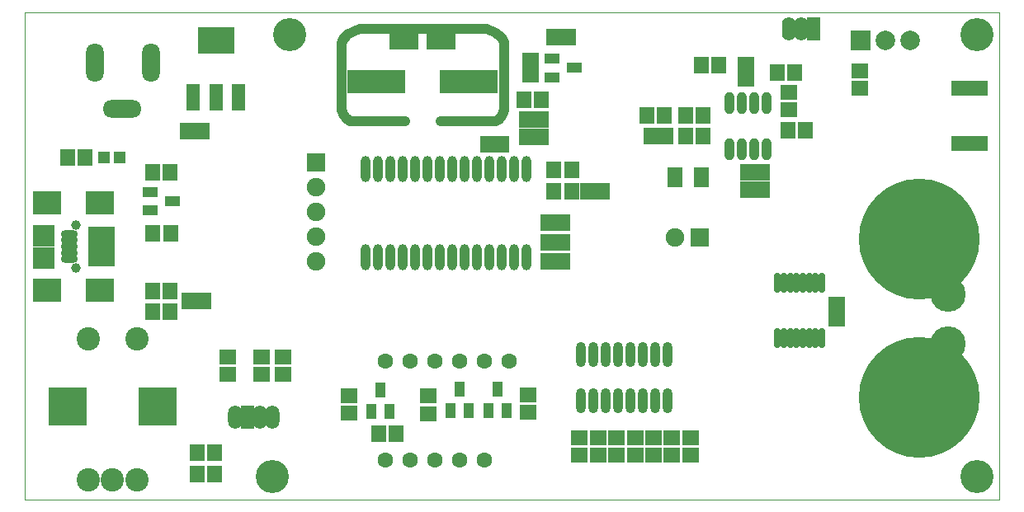
<source format=gts>
%FSTAX24Y24*%
%MOIN*%
%SFA1B1*%

%IPPOS*%
%ADD16R,0.074800X0.074800*%
%ADD35C,0.039400*%
%ADD38C,0.003900*%
%ADD65R,0.063000X0.070900*%
%ADD66R,0.059100X0.070900*%
%ADD67R,0.070900X0.059100*%
%ADD68R,0.059100X0.082700*%
%ADD69R,0.114200X0.094500*%
%ADD70R,0.106300X0.035400*%
%ADD71R,0.090600X0.090600*%
%ADD72O,0.068900X0.031500*%
%ADD73O,0.039400X0.106300*%
%ADD74R,0.145700X0.110200*%
%ADD75R,0.055100X0.110200*%
%ADD76R,0.061000X0.039400*%
%ADD77R,0.047200X0.047200*%
%ADD78R,0.070900X0.063000*%
%ADD79R,0.039400X0.061000*%
%ADD80O,0.039400X0.102400*%
%ADD81R,0.232300X0.094500*%
%ADD82O,0.039400X0.090600*%
%ADD83R,0.145700X0.059100*%
%ADD84O,0.029500X0.082700*%
%ADD85O,0.070900X0.157500*%
%ADD86O,0.157500X0.070900*%
%ADD87C,0.039400*%
%ADD88C,0.074800*%
%ADD89C,0.078700*%
%ADD90R,0.078700X0.078700*%
%ADD91O,0.055100X0.094500*%
%ADD92R,0.055100X0.094500*%
%ADD93C,0.063000*%
%ADD94C,0.094500*%
%ADD95R,0.157500X0.157500*%
%ADD96O,0.057100X0.094500*%
%ADD97R,0.057100X0.094500*%
%ADD98C,0.141700*%
%ADD99C,0.133900*%
%ADD100C,0.488200*%
%ADD101R,0.074800X0.074800*%
%LNdummyv1-1*%
%LPD*%
G54D16*
X011772Y013622D03*
G54D35*
X019232Y018682D02*
D01*
X01917Y018739*
X019104Y018792*
X019035Y01884*
X018963Y018884*
X018888Y018922*
X01881Y018955*
X018731Y018982*
X018649Y019004*
X018566Y01902*
X018483Y019031*
X018399Y019035*
X018378Y019035*
X01937Y018347D02*
D01*
X019368Y018379*
X019365Y018412*
X019359Y018445*
X019351Y018477*
X019341Y018508*
X019329Y018539*
X019314Y018569*
X019298Y018597*
X019279Y018625*
X019259Y018651*
X019237Y018675*
X019232Y018682*
X019173Y015394D02*
D01*
X019204Y015428*
X019234Y015464*
X019261Y015503*
X019285Y015543*
X019306Y015585*
X019325Y015628*
X01934Y015672*
X019352Y015717*
X019361Y015763*
X019367Y01581*
X019369Y015857*
X01937Y015869*
X018888Y015276D02*
D01*
X018916Y015276*
X018944Y015279*
X018971Y015284*
X018999Y015291*
X019025Y0153*
X019051Y01531*
X019077Y015323*
X019101Y015337*
X019124Y015352*
X019147Y01537*
X019167Y015389*
X019173Y015394*
X012992D02*
D01*
X013012Y015374*
X013034Y015357*
X013057Y01534*
X013081Y015326*
X013106Y015313*
X013132Y015302*
X013159Y015293*
X013186Y015286*
X013213Y01528*
X013241Y015277*
X013269Y015276*
X013277Y015276*
X012795Y015869D02*
D01*
X012796Y015822*
X012801Y015775*
X012809Y015729*
X012821Y015683*
X012835Y015639*
X012853Y015595*
X012873Y015553*
X012897Y015512*
X012923Y015474*
X012952Y015437*
X012983Y015402*
X012992Y015394*
X012934Y018682D02*
D01*
X012911Y018657*
X01289Y018632*
X012871Y018605*
X012854Y018576*
X012839Y018547*
X012826Y018516*
X012815Y018485*
X012807Y018453*
X012801Y018421*
X012797Y018388*
X012795Y018355*
X012795Y018347*
X013787Y019035D02*
D01*
X013702Y019032*
X013619Y019023*
X013536Y019008*
X013454Y018988*
X013374Y018962*
X013296Y01893*
X01322Y018893*
X013147Y018851*
X013077Y018804*
X013011Y018752*
X012948Y018696*
X012934Y018682*
X015559Y019035D02*
X017382D01*
X016555D02*
X018378D01*
X01937Y015869D02*
Y018347D01*
X016811Y015276D02*
X018888D01*
X013277D02*
X015354D01*
X012795Y015869D02*
Y018347D01*
X013787Y019035D02*
X01561D01*
G54D38*
X0Y0D02*
Y019685D01*
X03937*
Y0D02*
Y019685D01*
X0Y0D02*
X03937D01*
G54D65*
X005886Y010768D03*
X005177D03*
X027333Y017539D03*
X028041D03*
X031535Y014931D03*
X030827D03*
X022087Y012441D03*
X021378D03*
X005866Y013228D03*
X005157D03*
X002441Y013819D03*
X001732D03*
X005157Y008425D03*
X005866D03*
Y007598D03*
X005157D03*
X007677Y001024D03*
X006969D03*
Y00189D03*
X007677D03*
X015Y002638D03*
X014291D03*
X021378Y013307D03*
X022087D03*
X020167Y016142D03*
X020876D03*
X030394Y017244D03*
X031102D03*
X026693Y015512D03*
X027402D03*
Y014685D03*
X026693D03*
X025827Y015512D03*
X025118D03*
G54D66*
X018681Y014341D03*
X019272D03*
X006634Y008031D03*
X007224D03*
X021122Y009606D03*
X021713D03*
X021122Y010394D03*
X021713D03*
X021122Y011181D03*
X021713D03*
X022736Y012441D03*
X023327D03*
X020266Y014665D03*
X020856D03*
X020266Y015354D03*
X020856D03*
X021969Y018701D03*
X021378D03*
X017106Y018504D03*
X016516D03*
X01502D03*
X01561D03*
X029193Y01252D03*
X029783D03*
Y013228D03*
X029193D03*
X025886Y014685D03*
X025295D03*
X007146Y014892D03*
X006555D03*
G54D67*
X029124Y017589D03*
Y016998D03*
X020443Y017165D03*
Y017756D03*
X032795Y007894D03*
Y007303D03*
G54D68*
X027323Y013022D03*
X02626D03*
G54D69*
X003044Y00847D03*
Y011974D03*
X000879D03*
Y00847D03*
G54D70*
X003083Y009592D03*
Y009907D03*
Y010222D03*
Y010537D03*
Y010852D03*
G54D71*
X000748Y009764D03*
Y010669D03*
G54D72*
X001801Y009705D03*
Y009961D03*
Y010217D03*
Y010472D03*
Y010728D03*
G54D73*
X013758Y009783D03*
X014258D03*
X014758D03*
X015258D03*
X015758D03*
X016258D03*
X016758D03*
X017258D03*
X017758D03*
X018258D03*
X018758D03*
X019258D03*
X019758D03*
X020258D03*
X013758Y013366D03*
X014258D03*
X014758D03*
X015258D03*
X015758D03*
X016258D03*
X016758D03*
X017258D03*
X017758D03*
X018258D03*
X018758D03*
X019258D03*
X019758D03*
X020258D03*
G54D74*
X007717Y018543D03*
G54D75*
X008622Y01626D03*
X007717D03*
X006811D03*
G54D76*
X005955Y012047D03*
X005069Y011673D03*
Y012421D03*
X021309Y017815D03*
Y017067D03*
X022195Y017441D03*
G54D77*
X003819Y013819D03*
X003189D03*
G54D78*
X008189Y005039D03*
Y005748D03*
X009567Y005039D03*
Y005748D03*
X010433Y005039D03*
Y005748D03*
X013091Y004193D03*
Y003484D03*
X016299Y003465D03*
Y004173D03*
X020315Y003504D03*
Y004213D03*
X02315Y00248D03*
Y001772D03*
X024646Y00248D03*
Y001772D03*
X02689Y00248D03*
Y001772D03*
X026142Y00248D03*
Y001772D03*
X022402Y00248D03*
Y001772D03*
X023898Y00248D03*
Y001772D03*
X025394Y00248D03*
Y001772D03*
X030866Y015748D03*
Y016457D03*
X03374Y016614D03*
Y017323D03*
G54D79*
X013996Y003543D03*
X014744D03*
X01437Y004429D03*
X017185Y003573D03*
X017933D03*
X017559Y004459D03*
X01872Y003573D03*
X019468D03*
X019094Y004459D03*
G54D80*
X025976Y005862D03*
X025476D03*
X024976D03*
X024476D03*
X023976D03*
X023476D03*
X022976D03*
X022476D03*
X025976Y003972D03*
X025476D03*
X024976D03*
X024476D03*
X023976D03*
X023476D03*
X022976D03*
X022476D03*
G54D81*
X017933Y01689D03*
X014193D03*
G54D82*
X029963Y016004D03*
X029463D03*
X028963D03*
X028463D03*
X029963Y014154D03*
X029463D03*
X028963D03*
X028463D03*
G54D83*
X03815Y01439D03*
Y016634D03*
G54D84*
X030404Y006516D03*
X030659D03*
X030915D03*
X031171D03*
X031427D03*
X031683D03*
X031939D03*
X032195D03*
X030404Y00876D03*
X030659D03*
X030915D03*
X031171D03*
X031427D03*
X031683D03*
X031939D03*
X032195D03*
G54D85*
X002825Y017667D03*
X005108D03*
G54D86*
X003927Y015778D03*
G54D87*
X00206Y011088D03*
Y009355D03*
G54D88*
X011772Y009622D03*
Y010622D03*
Y011622D03*
Y012622D03*
X026274Y010581D03*
G54D89*
X035764Y018543D03*
X034764D03*
G54D90*
X033764Y018543D03*
G54D91*
X030878Y019016D03*
X031378D03*
G54D92*
X031878Y019016D03*
G54D93*
X014567Y001575D03*
X015567D03*
X016567D03*
X017567D03*
X018567D03*
Y005575D03*
X017567D03*
X016567D03*
X015567D03*
X014567D03*
X019567D03*
G54D94*
X002559Y000787D03*
X004528D03*
X003543D03*
X004528Y006496D03*
X002559D03*
G54D95*
X005354Y00374D03*
X001732D03*
G54D96*
X010002Y003317D03*
X009502D03*
X008502D03*
G54D97*
X009002Y003317D03*
G54D98*
X037303Y006283D03*
Y008283D03*
G54D99*
X010709Y01878D03*
X01Y000906D03*
X038465Y01878D03*
Y000906D03*
G54D100*
X036142Y010512D03*
X036122Y004134D03*
G54D101*
X027274Y010581D03*
M02*
</source>
